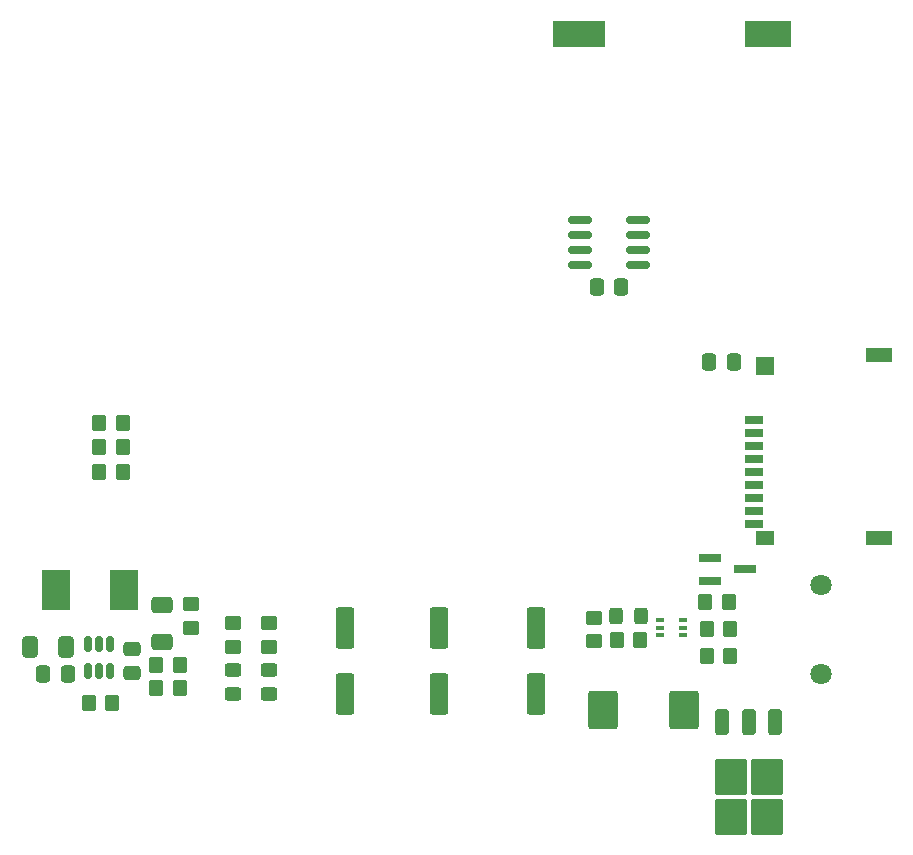
<source format=gtp>
G04 #@! TF.GenerationSoftware,KiCad,Pcbnew,7.0.8*
G04 #@! TF.CreationDate,2023-10-27T20:47:02+03:00*
G04 #@! TF.ProjectId,door-lock-pcb,646f6f72-2d6c-46f6-936b-2d7063622e6b,rev?*
G04 #@! TF.SameCoordinates,Original*
G04 #@! TF.FileFunction,Paste,Top*
G04 #@! TF.FilePolarity,Positive*
%FSLAX46Y46*%
G04 Gerber Fmt 4.6, Leading zero omitted, Abs format (unit mm)*
G04 Created by KiCad (PCBNEW 7.0.8) date 2023-10-27 20:47:02*
%MOMM*%
%LPD*%
G01*
G04 APERTURE LIST*
G04 Aperture macros list*
%AMRoundRect*
0 Rectangle with rounded corners*
0 $1 Rounding radius*
0 $2 $3 $4 $5 $6 $7 $8 $9 X,Y pos of 4 corners*
0 Add a 4 corners polygon primitive as box body*
4,1,4,$2,$3,$4,$5,$6,$7,$8,$9,$2,$3,0*
0 Add four circle primitives for the rounded corners*
1,1,$1+$1,$2,$3*
1,1,$1+$1,$4,$5*
1,1,$1+$1,$6,$7*
1,1,$1+$1,$8,$9*
0 Add four rect primitives between the rounded corners*
20,1,$1+$1,$2,$3,$4,$5,0*
20,1,$1+$1,$4,$5,$6,$7,0*
20,1,$1+$1,$6,$7,$8,$9,0*
20,1,$1+$1,$8,$9,$2,$3,0*%
G04 Aperture macros list end*
%ADD10R,0.650000X0.400000*%
%ADD11RoundRect,0.250000X0.350000X0.450000X-0.350000X0.450000X-0.350000X-0.450000X0.350000X-0.450000X0*%
%ADD12RoundRect,0.250000X0.337500X0.475000X-0.337500X0.475000X-0.337500X-0.475000X0.337500X-0.475000X0*%
%ADD13RoundRect,0.250000X0.550000X-1.500000X0.550000X1.500000X-0.550000X1.500000X-0.550000X-1.500000X0*%
%ADD14RoundRect,0.250000X0.450000X-0.325000X0.450000X0.325000X-0.450000X0.325000X-0.450000X-0.325000X0*%
%ADD15RoundRect,0.250000X-0.450000X0.350000X-0.450000X-0.350000X0.450000X-0.350000X0.450000X0.350000X0*%
%ADD16RoundRect,0.250000X-0.350000X-0.450000X0.350000X-0.450000X0.350000X0.450000X-0.350000X0.450000X0*%
%ADD17RoundRect,0.250000X-0.337500X-0.475000X0.337500X-0.475000X0.337500X0.475000X-0.337500X0.475000X0*%
%ADD18C,1.800000*%
%ADD19RoundRect,0.250000X0.450000X-0.350000X0.450000X0.350000X-0.450000X0.350000X-0.450000X-0.350000X0*%
%ADD20RoundRect,0.250000X0.412500X0.650000X-0.412500X0.650000X-0.412500X-0.650000X0.412500X-0.650000X0*%
%ADD21R,1.600000X0.700000*%
%ADD22R,1.500000X1.200000*%
%ADD23R,2.200000X1.200000*%
%ADD24R,1.500000X1.600000*%
%ADD25RoundRect,0.250000X0.325000X0.450000X-0.325000X0.450000X-0.325000X-0.450000X0.325000X-0.450000X0*%
%ADD26R,2.350000X3.500000*%
%ADD27RoundRect,0.250000X-0.350000X0.850000X-0.350000X-0.850000X0.350000X-0.850000X0.350000X0.850000X0*%
%ADD28RoundRect,0.250000X-1.125000X1.275000X-1.125000X-1.275000X1.125000X-1.275000X1.125000X1.275000X0*%
%ADD29RoundRect,0.150000X-0.150000X0.512500X-0.150000X-0.512500X0.150000X-0.512500X0.150000X0.512500X0*%
%ADD30RoundRect,0.250000X1.000000X-1.400000X1.000000X1.400000X-1.000000X1.400000X-1.000000X-1.400000X0*%
%ADD31RoundRect,0.150000X0.825000X0.150000X-0.825000X0.150000X-0.825000X-0.150000X0.825000X-0.150000X0*%
%ADD32R,1.900000X0.800000*%
%ADD33RoundRect,0.250000X-0.650000X0.412500X-0.650000X-0.412500X0.650000X-0.412500X0.650000X0.412500X0*%
%ADD34RoundRect,0.250000X0.475000X-0.337500X0.475000X0.337500X-0.475000X0.337500X-0.475000X-0.337500X0*%
%ADD35R,4.400000X2.300000*%
%ADD36R,4.000000X2.300000*%
G04 APERTURE END LIST*
D10*
X180345000Y-118080000D03*
X180345000Y-118730000D03*
X180345000Y-119380000D03*
X182245000Y-119380000D03*
X182245000Y-118730000D03*
X182245000Y-118080000D03*
D11*
X186293000Y-118872000D03*
X184293000Y-118872000D03*
D12*
X186584500Y-96266000D03*
X184509500Y-96266000D03*
D13*
X153670000Y-124345000D03*
X153670000Y-118745000D03*
D11*
X134836500Y-103465000D03*
X132836500Y-103465000D03*
D14*
X144152999Y-124342000D03*
X144152999Y-122292000D03*
D15*
X147200999Y-118334000D03*
X147200999Y-120334000D03*
D11*
X134852500Y-101433000D03*
X132852500Y-101433000D03*
D14*
X147193000Y-124342000D03*
X147193000Y-122292000D03*
D16*
X176673000Y-119761000D03*
X178673000Y-119761000D03*
D17*
X174963000Y-89916000D03*
X177038000Y-89916000D03*
D18*
X193929000Y-122672000D03*
X193929000Y-115072000D03*
D19*
X174752000Y-119872000D03*
X174752000Y-117872000D03*
D16*
X131969000Y-125095000D03*
X133969000Y-125095000D03*
D13*
X161649000Y-124339000D03*
X161649000Y-118739000D03*
X169799000Y-124339000D03*
X169799000Y-118739000D03*
D20*
X130086500Y-120396000D03*
X126961500Y-120396000D03*
D21*
X188263000Y-101128000D03*
X188263000Y-102228000D03*
X188263000Y-103328000D03*
X188263000Y-104428000D03*
X188263000Y-105528000D03*
X188263000Y-106628000D03*
X188263000Y-107728000D03*
X188263000Y-108828000D03*
D22*
X189263000Y-111128000D03*
D23*
X198863000Y-111128000D03*
X198863000Y-95628000D03*
D24*
X189263000Y-96528000D03*
D21*
X188263000Y-109928000D03*
D25*
X178698000Y-117729000D03*
X176648000Y-117729000D03*
D12*
X130196500Y-122682000D03*
X128121500Y-122682000D03*
D26*
X129230000Y-115570000D03*
X134930000Y-115570000D03*
D15*
X140589000Y-116729000D03*
X140589000Y-118729000D03*
D16*
X184293000Y-121158000D03*
X186293000Y-121158000D03*
D27*
X190113000Y-126746000D03*
X187833000Y-126746000D03*
X185553000Y-126746000D03*
D28*
X189358000Y-131371000D03*
X186308000Y-131371000D03*
X189358000Y-134721000D03*
X186308000Y-134721000D03*
D16*
X137684000Y-123825000D03*
X139684000Y-123825000D03*
D11*
X134836500Y-105555000D03*
X132836500Y-105555000D03*
D29*
X133792000Y-120147500D03*
X132842000Y-120147500D03*
X131892000Y-120147500D03*
X131892000Y-122422500D03*
X132842000Y-122422500D03*
X133792000Y-122422500D03*
D30*
X175543000Y-125730000D03*
X182343000Y-125730000D03*
D31*
X178497000Y-88011000D03*
X178497000Y-86741000D03*
X178497000Y-85471000D03*
X178497000Y-84201000D03*
X173547000Y-84201000D03*
X173547000Y-85471000D03*
X173547000Y-86741000D03*
X173547000Y-88011000D03*
D11*
X139684000Y-121920000D03*
X137684000Y-121920000D03*
D32*
X184555000Y-112842000D03*
X184555000Y-114742000D03*
X187555000Y-113792000D03*
D33*
X138176000Y-116801500D03*
X138176000Y-119926500D03*
D15*
X144152999Y-118334000D03*
X144152999Y-120334000D03*
D34*
X135636000Y-122576500D03*
X135636000Y-120501500D03*
D11*
X186166000Y-116586000D03*
X184166000Y-116586000D03*
D35*
X173483000Y-68453000D03*
D36*
X189483000Y-68453000D03*
M02*

</source>
